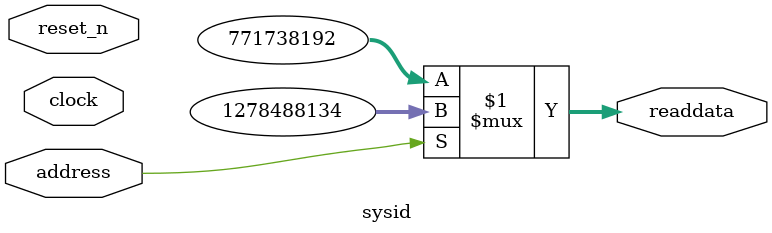
<source format=v>

`timescale 1ns / 1ps
// synthesis translate_on

// turn off superfluous verilog processor warnings 
// altera message_level Level1 
// altera message_off 10034 10035 10036 10037 10230 10240 10030 

module sysid (
               // inputs:
                address,
                clock,
                reset_n,

               // outputs:
                readdata
             )
;

  output  [ 31: 0] readdata;
  input            address;
  input            clock;
  input            reset_n;

  wire    [ 31: 0] readdata;
  //control_slave, which is an e_avalon_slave
  assign readdata = address ? 1278488134 : 771738192;

endmodule


</source>
